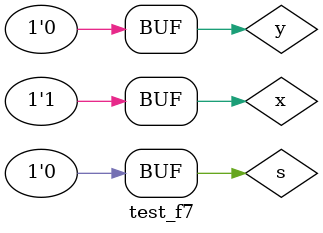
<source format=v>

module f7 ( output s, input a, input b);
// descrever por portas
endmodule // f7

module mux ( output s, input a, input b, input select ); // mux de 2 canais
// definir dados locais

 wire not_select;
 wire not_a;
 wire not_b;
 wire sa;
 wire sb;
 wire not_sa;
 wire not_sb;
 
// descrever por portas
 not NOT1 ( not_a, a ); 
 not NOT2 ( not_b, b ); 
 not NOT3 ( not_select, select ); 
 or OR1 (sa, not_a, select);
 or OR2 (sb, not_b, not_select);
 not NOT4 (not_sa, sa);
 not NOT5 (not_sb, sb);
 or OR3 (s, not_sa, not_sb); 

endmodule // mux

module test_f7;
// ------------------------- definir dados

 reg x; //a
 reg y; //b
 reg s; //s

 wire z;
 wire z1;
 
 f7 modulo ( w, x, y );
 mux MUX1 ( z, x, y, s ); // z = saida, x=E0, y=E1, s=chave seletora
 
// ------------------------- parte principal
 initial
 begin : main
 $display("Exemplo_0702 - Felipe Campolina- 762732");
 $display("z = saida");
 $display("x, b = entradas");
 $display("s = variável de seleção");
 $display("   x    y    s    z");
 
 x = 1'b0; y = 1'b0; s = 1'b0;  // E0=0, E1=0, chave=0, z=0
 
 // projetar testes do modulo
 #1 $monitor("%4b %4b %4b %4b", x, y, s, z);
 
 
 #1 s = 1'b1; 
 #1 y = 1'b1;
 #1 x = 1'b1;
 #1 s = 1'b0;
 #1 y = 1'b0;
 end
endmodule // test_f7


</source>
